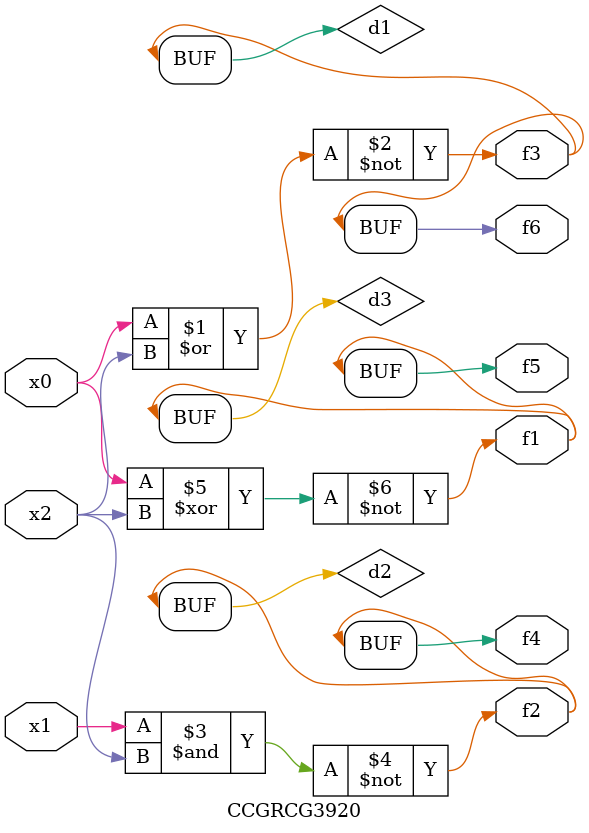
<source format=v>
module CCGRCG3920(
	input x0, x1, x2,
	output f1, f2, f3, f4, f5, f6
);

	wire d1, d2, d3;

	nor (d1, x0, x2);
	nand (d2, x1, x2);
	xnor (d3, x0, x2);
	assign f1 = d3;
	assign f2 = d2;
	assign f3 = d1;
	assign f4 = d2;
	assign f5 = d3;
	assign f6 = d1;
endmodule

</source>
